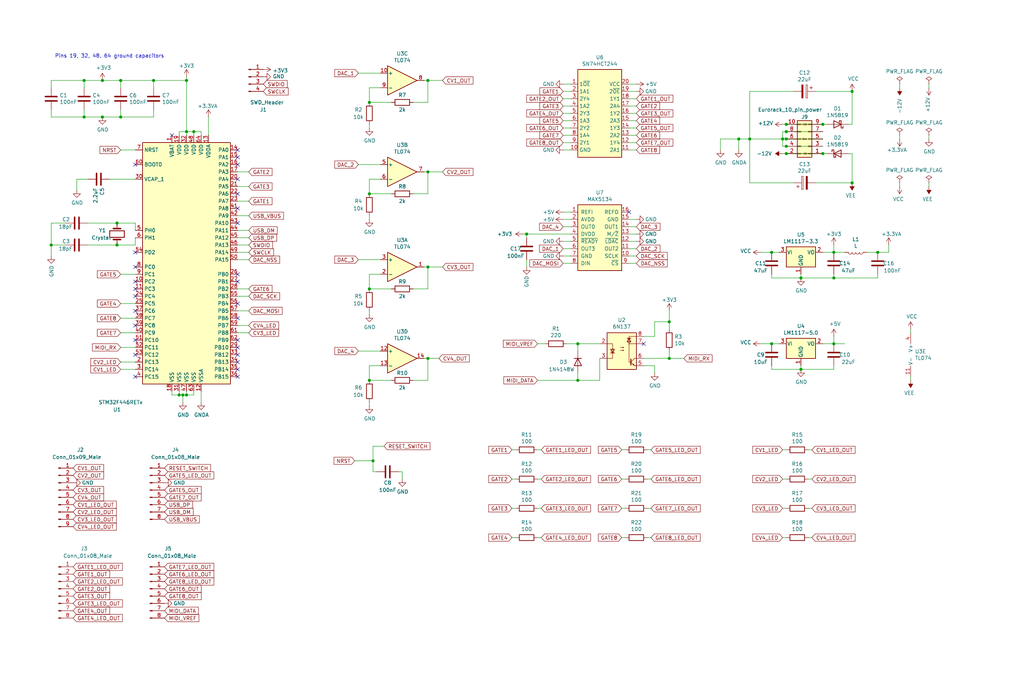
<source format=kicad_sch>
(kicad_sch (version 20230121) (generator eeschema)
  (paper "User" 355.6 241.3)
  (title_block (title "MIDI Monger") (date "2020-08-09") (company "Mountjoy Modular"))
  (junction (at 285.75 43.18))
  (junction (at 289.56 119.38))
  (junction (at 17.78 85.09))
  (junction (at 304.8 87.63))
  (junction (at 278.13 96.52))
  (junction (at 35.56 40.64))
  (junction (at 267.97 119.38))
  (junction (at 289.56 87.63))
  (junction (at 148.59 92.71))
  (junction (at 67.31 45.72))
  (junction (at 232.41 124.46))
  (junction (at 129.54 160.02))
  (junction (at 148.59 59.69))
  (junction (at 256.54 48.26))
  (junction (at 182.88 81.28))
  (junction (at 278.13 128.27))
  (junction (at 295.91 31.75))
  (junction (at 295.91 63.5))
  (junction (at 273.05 50.8))
  (junction (at 29.21 40.64))
  (junction (at 64.77 45.72))
  (junction (at 273.05 53.34))
  (junction (at 267.97 87.63))
  (junction (at 148.59 27.94))
  (junction (at 200.66 119.38))
  (junction (at 63.5 137.16))
  (junction (at 128.27 67.31))
  (junction (at 64.77 27.94))
  (junction (at 40.64 85.09))
  (junction (at 128.27 132.08))
  (junction (at 273.05 43.18))
  (junction (at 53.34 27.94))
  (junction (at 29.21 27.94))
  (junction (at 40.64 77.47))
  (junction (at 62.23 137.16))
  (junction (at 128.27 35.56))
  (junction (at 35.56 27.94))
  (junction (at 41.91 40.64))
  (junction (at 41.91 27.94))
  (junction (at 200.66 132.08))
  (junction (at 271.78 48.26))
  (junction (at 64.77 137.16))
  (junction (at 232.41 111.76))
  (junction (at 289.56 96.52))
  (junction (at 148.59 124.46))
  (junction (at 260.35 48.26))
  (junction (at 273.05 45.72))
  (junction (at 128.27 100.33))
  (junction (at 273.05 48.26))
  (junction (at 285.75 53.34))
  (no_connect (at 46.99 87.63))
  (no_connect (at 46.99 123.19))
  (no_connect (at 223.52 119.38))
  (no_connect (at 82.55 57.15))
  (no_connect (at 82.55 120.65))
  (no_connect (at 82.55 118.11))
  (no_connect (at 82.55 130.81))
  (no_connect (at 46.99 57.15))
  (no_connect (at 82.55 95.25))
  (no_connect (at 82.55 62.23))
  (no_connect (at 82.55 128.27))
  (no_connect (at 46.99 100.33))
  (no_connect (at 82.55 110.49))
  (no_connect (at 82.55 52.07))
  (no_connect (at 218.44 73.66))
  (no_connect (at 82.55 67.31))
  (no_connect (at 46.99 97.79))
  (no_connect (at 46.99 118.11))
  (no_connect (at 82.55 72.39))
  (no_connect (at 46.99 92.71))
  (no_connect (at 82.55 77.47))
  (no_connect (at 46.99 130.81))
  (no_connect (at 46.99 102.87))
  (no_connect (at 82.55 105.41))
  (no_connect (at 82.55 123.19))
  (no_connect (at 46.99 113.03))
  (no_connect (at 82.55 97.79))
  (no_connect (at 46.99 107.95))
  (no_connect (at 82.55 54.61))
  (no_connect (at 59.69 46.99))
  (no_connect (at 82.55 125.73))
  (wire (pts (xy 295.91 43.18) (xy 295.91 31.75)))
  (wire (pts (xy 195.58 86.36) (xy 198.12 86.36)))
  (wire (pts (xy 186.69 176.53) (xy 187.96 176.53)))
  (wire (pts (xy 86.36 87.63) (xy 82.55 87.63)))
  (wire (pts (xy 220.98 83.82) (xy 218.44 83.82)))
  (wire (pts (xy 41.91 38.1) (xy 41.91 40.64)))
  (wire (pts (xy 232.41 111.76) (xy 232.41 114.3)))
  (wire (pts (xy 82.55 107.95) (xy 86.36 107.95)))
  (wire (pts (xy 267.97 127) (xy 267.97 128.27)))
  (wire (pts (xy 135.89 132.08) (xy 128.27 132.08)))
  (wire (pts (xy 64.77 26.67) (xy 64.77 27.94)))
  (wire (pts (xy 72.39 40.64) (xy 72.39 46.99)))
  (wire (pts (xy 86.36 113.03) (xy 82.55 113.03)))
  (wire (pts (xy 177.8 156.21) (xy 179.07 156.21)))
  (wire (pts (xy 148.59 132.08) (xy 148.59 124.46)))
  (wire (pts (xy 30.48 85.09) (xy 40.64 85.09)))
  (wire (pts (xy 86.36 82.55) (xy 82.55 82.55)))
  (wire (pts (xy 218.44 34.29) (xy 220.98 34.29)))
  (wire (pts (xy 17.78 85.09) (xy 22.86 85.09)))
  (wire (pts (xy 26.67 62.23) (xy 26.67 66.04)))
  (wire (pts (xy 82.55 59.69) (xy 86.36 59.69)))
  (wire (pts (xy 223.52 127) (xy 227.33 127)))
  (wire (pts (xy 264.16 119.38) (xy 267.97 119.38)))
  (wire (pts (xy 63.5 137.16) (xy 64.77 137.16)))
  (wire (pts (xy 223.52 116.84) (xy 227.33 116.84)))
  (wire (pts (xy 53.34 30.48) (xy 53.34 27.94)))
  (wire (pts (xy 304.8 96.52) (xy 304.8 95.25)))
  (wire (pts (xy 312.42 63.5) (xy 312.42 64.77)))
  (wire (pts (xy 29.21 30.48) (xy 29.21 27.94)))
  (wire (pts (xy 41.91 40.64) (xy 53.34 40.64)))
  (wire (pts (xy 153.67 92.71) (xy 148.59 92.71)))
  (wire (pts (xy 232.41 121.92) (xy 232.41 124.46)))
  (wire (pts (xy 17.78 85.09) (xy 17.78 88.9)))
  (wire (pts (xy 294.64 53.34) (xy 295.91 53.34)))
  (wire (pts (xy 64.77 45.72) (xy 67.31 45.72)))
  (wire (pts (xy 260.35 31.75) (xy 260.35 48.26)))
  (wire (pts (xy 128.27 127) (xy 128.27 132.08)))
  (wire (pts (xy 220.98 52.07) (xy 218.44 52.07)))
  (wire (pts (xy 195.58 29.21) (xy 198.12 29.21)))
  (wire (pts (xy 289.56 95.25) (xy 289.56 96.52)))
  (wire (pts (xy 129.54 163.83) (xy 130.81 163.83)))
  (wire (pts (xy 46.99 77.47) (xy 46.99 80.01)))
  (wire (pts (xy 260.35 48.26) (xy 260.35 63.5)))
  (wire (pts (xy 64.77 45.72) (xy 64.77 46.99)))
  (wire (pts (xy 64.77 135.89) (xy 64.77 137.16)))
  (wire (pts (xy 186.69 166.37) (xy 187.96 166.37)))
  (wire (pts (xy 59.69 137.16) (xy 62.23 137.16)))
  (wire (pts (xy 289.56 116.84) (xy 289.56 119.38)))
  (wire (pts (xy 278.13 128.27) (xy 289.56 128.27)))
  (wire (pts (xy 322.58 63.5) (xy 322.58 64.77)))
  (wire (pts (xy 53.34 40.64) (xy 53.34 38.1)))
  (wire (pts (xy 86.36 102.87) (xy 82.55 102.87)))
  (wire (pts (xy 280.67 166.37) (xy 281.94 166.37)))
  (wire (pts (xy 195.58 76.2) (xy 198.12 76.2)))
  (wire (pts (xy 316.23 114.3) (xy 316.23 115.57)))
  (wire (pts (xy 271.78 166.37) (xy 273.05 166.37)))
  (wire (pts (xy 195.58 83.82) (xy 198.12 83.82)))
  (wire (pts (xy 82.55 64.77) (xy 86.36 64.77)))
  (wire (pts (xy 148.59 67.31) (xy 148.59 59.69)))
  (wire (pts (xy 46.99 77.47) (xy 40.64 77.47)))
  (wire (pts (xy 224.79 186.69) (xy 226.06 186.69)))
  (wire (pts (xy 215.9 176.53) (xy 217.17 176.53)))
  (wire (pts (xy 53.34 27.94) (xy 41.91 27.94)))
  (wire (pts (xy 41.91 52.07) (xy 46.99 52.07)))
  (wire (pts (xy 128.27 95.25) (xy 132.08 95.25)))
  (wire (pts (xy 271.78 156.21) (xy 273.05 156.21)))
  (wire (pts (xy 273.05 53.34) (xy 285.75 53.34)))
  (wire (pts (xy 208.28 132.08) (xy 208.28 124.46)))
  (wire (pts (xy 128.27 43.18) (xy 128.27 44.45)))
  (wire (pts (xy 220.98 44.45) (xy 218.44 44.45)))
  (wire (pts (xy 148.59 35.56) (xy 148.59 27.94)))
  (wire (pts (xy 82.55 80.01) (xy 86.36 80.01)))
  (wire (pts (xy 218.44 31.75) (xy 220.98 31.75)))
  (wire (pts (xy 224.79 166.37) (xy 226.06 166.37)))
  (wire (pts (xy 128.27 107.95) (xy 128.27 109.22)))
  (wire (pts (xy 200.66 119.38) (xy 208.28 119.38)))
  (wire (pts (xy 308.61 85.09) (xy 308.61 87.63)))
  (wire (pts (xy 275.59 63.5) (xy 260.35 63.5)))
  (wire (pts (xy 227.33 116.84) (xy 227.33 111.76)))
  (wire (pts (xy 267.97 119.38) (xy 270.51 119.38)))
  (wire (pts (xy 17.78 77.47) (xy 17.78 85.09)))
  (wire (pts (xy 278.13 128.27) (xy 267.97 128.27)))
  (wire (pts (xy 62.23 137.16) (xy 62.23 135.89)))
  (wire (pts (xy 138.43 163.83) (xy 139.7 163.83)))
  (wire (pts (xy 129.54 154.94) (xy 133.35 154.94)))
  (wire (pts (xy 129.54 154.94) (xy 129.54 160.02)))
  (wire (pts (xy 218.44 76.2) (xy 220.98 76.2)))
  (wire (pts (xy 46.99 85.09) (xy 40.64 85.09)))
  (wire (pts (xy 224.79 156.21) (xy 226.06 156.21)))
  (wire (pts (xy 278.13 96.52) (xy 289.56 96.52)))
  (wire (pts (xy 218.44 46.99) (xy 220.98 46.99)))
  (wire (pts (xy 215.9 166.37) (xy 217.17 166.37)))
  (wire (pts (xy 195.58 31.75) (xy 198.12 31.75)))
  (wire (pts (xy 289.56 127) (xy 289.56 128.27)))
  (wire (pts (xy 124.46 121.92) (xy 132.08 121.92)))
  (wire (pts (xy 128.27 62.23) (xy 132.08 62.23)))
  (wire (pts (xy 182.88 81.28) (xy 182.88 82.55)))
  (wire (pts (xy 22.86 77.47) (xy 17.78 77.47)))
  (wire (pts (xy 46.99 105.41) (xy 41.91 105.41)))
  (wire (pts (xy 67.31 46.99) (xy 67.31 45.72)))
  (wire (pts (xy 64.77 45.72) (xy 64.77 27.94)))
  (wire (pts (xy 152.4 124.46) (xy 148.59 124.46)))
  (wire (pts (xy 63.5 139.7) (xy 63.5 137.16)))
  (wire (pts (xy 256.54 48.26) (xy 260.35 48.26)))
  (wire (pts (xy 195.58 78.74) (xy 198.12 78.74)))
  (wire (pts (xy 271.78 53.34) (xy 273.05 53.34)))
  (wire (pts (xy 128.27 139.7) (xy 128.27 140.97)))
  (wire (pts (xy 17.78 40.64) (xy 17.78 38.1)))
  (wire (pts (xy 224.79 176.53) (xy 226.06 176.53)))
  (wire (pts (xy 294.64 43.18) (xy 295.91 43.18)))
  (wire (pts (xy 135.89 67.31) (xy 128.27 67.31)))
  (wire (pts (xy 278.13 95.25) (xy 278.13 96.52)))
  (wire (pts (xy 280.67 186.69) (xy 281.94 186.69)))
  (wire (pts (xy 200.66 121.92) (xy 200.66 119.38)))
  (wire (pts (xy 53.34 27.94) (xy 64.77 27.94)))
  (wire (pts (xy 148.59 27.94) (xy 147.32 27.94)))
  (wire (pts (xy 300.99 87.63) (xy 304.8 87.63)))
  (wire (pts (xy 86.36 85.09) (xy 82.55 85.09)))
  (wire (pts (xy 195.58 41.91) (xy 198.12 41.91)))
  (wire (pts (xy 69.85 135.89) (xy 69.85 139.7)))
  (wire (pts (xy 215.9 156.21) (xy 217.17 156.21)))
  (wire (pts (xy 271.78 45.72) (xy 273.05 45.72)))
  (wire (pts (xy 218.44 81.28) (xy 220.98 81.28)))
  (wire (pts (xy 135.89 100.33) (xy 128.27 100.33)))
  (wire (pts (xy 271.78 48.26) (xy 273.05 48.26)))
  (wire (pts (xy 196.85 119.38) (xy 200.66 119.38)))
  (wire (pts (xy 280.67 176.53) (xy 281.94 176.53)))
  (wire (pts (xy 280.67 156.21) (xy 281.94 156.21)))
  (wire (pts (xy 285.75 119.38) (xy 289.56 119.38)))
  (wire (pts (xy 82.55 100.33) (xy 86.36 100.33)))
  (wire (pts (xy 143.51 35.56) (xy 148.59 35.56)))
  (wire (pts (xy 186.69 119.38) (xy 189.23 119.38)))
  (wire (pts (xy 218.44 88.9) (xy 220.98 88.9)))
  (wire (pts (xy 195.58 49.53) (xy 198.12 49.53)))
  (wire (pts (xy 41.91 27.94) (xy 35.56 27.94)))
  (wire (pts (xy 139.7 163.83) (xy 139.7 166.37)))
  (wire (pts (xy 41.91 110.49) (xy 46.99 110.49)))
  (wire (pts (xy 29.21 38.1) (xy 29.21 40.64)))
  (wire (pts (xy 128.27 74.93) (xy 128.27 76.2)))
  (wire (pts (xy 271.78 186.69) (xy 273.05 186.69)))
  (wire (pts (xy 128.27 62.23) (xy 128.27 67.31)))
  (wire (pts (xy 256.54 48.26) (xy 250.19 48.26)))
  (wire (pts (xy 128.27 95.25) (xy 128.27 100.33)))
  (wire (pts (xy 59.69 137.16) (xy 59.69 135.89)))
  (wire (pts (xy 17.78 27.94) (xy 29.21 27.94)))
  (wire (pts (xy 308.61 87.63) (xy 304.8 87.63)))
  (wire (pts (xy 148.59 59.69) (xy 147.32 59.69)))
  (wire (pts (xy 41.91 30.48) (xy 41.91 27.94)))
  (wire (pts (xy 62.23 137.16) (xy 63.5 137.16)))
  (wire (pts (xy 128.27 30.48) (xy 128.27 35.56)))
  (wire (pts (xy 153.67 59.69) (xy 148.59 59.69)))
  (wire (pts (xy 29.21 27.94) (xy 35.56 27.94)))
  (wire (pts (xy 227.33 111.76) (xy 232.41 111.76)))
  (wire (pts (xy 41.91 115.57) (xy 46.99 115.57)))
  (wire (pts (xy 289.56 85.09) (xy 289.56 87.63)))
  (wire (pts (xy 46.99 62.23) (xy 38.1 62.23)))
  (wire (pts (xy 129.54 160.02) (xy 129.54 163.83)))
  (wire (pts (xy 273.05 50.8) (xy 285.75 50.8)))
  (wire (pts (xy 67.31 45.72) (xy 69.85 45.72)))
  (wire (pts (xy 41.91 128.27) (xy 46.99 128.27)))
  (wire (pts (xy 41.91 95.25) (xy 46.99 95.25)))
  (wire (pts (xy 128.27 30.48) (xy 132.08 30.48)))
  (wire (pts (xy 177.8 176.53) (xy 179.07 176.53)))
  (wire (pts (xy 46.99 82.55) (xy 46.99 85.09)))
  (wire (pts (xy 271.78 176.53) (xy 273.05 176.53)))
  (wire (pts (xy 62.23 45.72) (xy 64.77 45.72)))
  (wire (pts (xy 312.42 46.99) (xy 312.42 48.26)))
  (wire (pts (xy 186.69 132.08) (xy 200.66 132.08)))
  (wire (pts (xy 250.19 48.26) (xy 250.19 52.07)))
  (wire (pts (xy 218.44 41.91) (xy 220.98 41.91)))
  (wire (pts (xy 29.21 40.64) (xy 35.56 40.64)))
  (wire (pts (xy 218.44 36.83) (xy 220.98 36.83)))
  (wire (pts (xy 278.13 127) (xy 278.13 128.27)))
  (wire (pts (xy 46.99 120.65) (xy 41.91 120.65)))
  (wire (pts (xy 271.78 43.18) (xy 273.05 43.18)))
  (wire (pts (xy 312.42 29.21) (xy 312.42 30.48)))
  (wire (pts (xy 285.75 48.26) (xy 273.05 48.26)))
  (wire (pts (xy 275.59 31.75) (xy 260.35 31.75)))
  (wire (pts (xy 124.46 25.4) (xy 132.08 25.4)))
  (wire (pts (xy 232.41 107.95) (xy 232.41 111.76)))
  (wire (pts (xy 195.58 34.29) (xy 198.12 34.29)))
  (wire (pts (xy 256.54 52.07) (xy 256.54 48.26)))
  (wire (pts (xy 195.58 52.07) (xy 198.12 52.07)))
  (wire (pts (xy 186.69 186.69) (xy 187.96 186.69)))
  (wire (pts (xy 153.67 27.94) (xy 148.59 27.94)))
  (wire (pts (xy 295.91 31.75) (xy 283.21 31.75)))
  (wire (pts (xy 195.58 88.9) (xy 198.12 88.9)))
  (wire (pts (xy 195.58 44.45) (xy 198.12 44.45)))
  (wire (pts (xy 271.78 50.8) (xy 273.05 50.8)))
  (wire (pts (xy 186.69 156.21) (xy 187.96 156.21)))
  (wire (pts (xy 200.66 129.54) (xy 200.66 132.08)))
  (wire (pts (xy 128.27 127) (xy 132.08 127)))
  (wire (pts (xy 46.99 125.73) (xy 41.91 125.73)))
  (wire (pts (xy 148.59 124.46) (xy 147.32 124.46)))
  (wire (pts (xy 289.56 96.52) (xy 304.8 96.52)))
  (wire (pts (xy 177.8 186.69) (xy 179.07 186.69)))
  (wire (pts (xy 82.55 90.17) (xy 86.36 90.17)))
  (wire (pts (xy 177.8 166.37) (xy 179.07 166.37)))
  (wire (pts (xy 148.59 92.71) (xy 147.32 92.71)))
  (wire (pts (xy 17.78 30.48) (xy 17.78 27.94)))
  (wire (pts (xy 273.05 45.72) (xy 285.75 45.72)))
  (wire (pts (xy 69.85 46.99) (xy 69.85 45.72)))
  (wire (pts (xy 64.77 137.16) (xy 67.31 137.16)))
  (wire (pts (xy 123.19 160.02) (xy 129.54 160.02)))
  (wire (pts (xy 218.44 39.37) (xy 220.98 39.37)))
  (wire (pts (xy 82.55 69.85) (xy 86.36 69.85)))
  (wire (pts (xy 30.48 62.23) (xy 26.67 62.23)))
  (wire (pts (xy 124.46 57.15) (xy 132.08 57.15)))
  (wire (pts (xy 82.55 74.93) (xy 86.36 74.93)))
  (wire (pts (xy 195.58 91.44) (xy 198.12 91.44)))
  (wire (pts (xy 322.58 29.21) (xy 322.58 30.48)))
  (wire (pts (xy 182.88 81.28) (xy 198.12 81.28)))
  (wire (pts (xy 17.78 40.64) (xy 29.21 40.64)))
  (wire (pts (xy 285.75 53.34) (xy 287.02 53.34)))
  (wire (pts (xy 218.44 86.36) (xy 220.98 86.36)))
  (wire (pts (xy 181.61 81.28) (xy 182.88 81.28)))
  (wire (pts (xy 195.58 39.37) (xy 198.12 39.37)))
  (wire (pts (xy 143.51 67.31) (xy 148.59 67.31)))
  (wire (pts (xy 322.58 46.99) (xy 322.58 48.26)))
  (wire (pts (xy 278.13 96.52) (xy 267.97 96.52)))
  (wire (pts (xy 271.78 50.8) (xy 271.78 48.26)))
  (wire (pts (xy 218.44 78.74) (xy 220.98 78.74)))
  (wire (pts (xy 124.46 90.17) (xy 132.08 90.17)))
  (wire (pts (xy 195.58 36.83) (xy 198.12 36.83)))
  (wire (pts (xy 289.56 119.38) (xy 293.37 119.38)))
  (wire (pts (xy 223.52 124.46) (xy 232.41 124.46)))
  (wire (pts (xy 135.89 35.56) (xy 128.27 35.56)))
  (wire (pts (xy 260.35 48.26) (xy 271.78 48.26)))
  (wire (pts (xy 143.51 132.08) (xy 148.59 132.08)))
  (wire (pts (xy 148.59 100.33) (xy 148.59 92.71)))
  (wire (pts (xy 200.66 132.08) (xy 208.28 132.08)))
  (wire (pts (xy 35.56 40.64) (xy 41.91 40.64)))
  (wire (pts (xy 218.44 29.21) (xy 220.98 29.21)))
  (wire (pts (xy 295.91 63.5) (xy 283.21 63.5)))
  (wire (pts (xy 264.16 87.63) (xy 267.97 87.63)))
  (wire (pts (xy 40.64 77.47) (xy 30.48 77.47)))
  (wire (pts (xy 143.51 100.33) (xy 148.59 100.33)))
  (wire (pts (xy 67.31 135.89) (xy 67.31 137.16)))
  (wire (pts (xy 227.33 127) (xy 227.33 129.54)))
  (wire (pts (xy 285.75 87.63) (xy 289.56 87.63)))
  (wire (pts (xy 316.23 130.81) (xy 316.23 132.08)))
  (wire (pts (xy 267.97 87.63) (xy 270.51 87.63)))
  (wire (pts (xy 215.9 186.69) (xy 217.17 186.69)))
  (wire (pts (xy 195.58 73.66) (xy 198.12 73.66)))
  (wire (pts (xy 232.41 124.46) (xy 237.49 124.46)))
  (wire (pts (xy 182.88 90.17) (xy 182.88 92.71)))
  (wire (pts (xy 285.75 43.18) (xy 287.02 43.18)))
  (wire (pts (xy 289.56 87.63) (xy 293.37 87.63)))
  (wire (pts (xy 62.23 45.72) (xy 62.23 46.99)))
  (wire (pts (xy 295.91 53.34) (xy 295.91 63.5)))
  (wire (pts (xy 218.44 91.44) (xy 220.98 91.44)))
  (wire (pts (xy 271.78 45.72) (xy 271.78 48.26)))
  (wire (pts (xy 218.44 49.53) (xy 220.98 49.53)))
  (wire (pts (xy 267.97 95.25) (xy 267.97 96.52)))
  (wire (pts (xy 273.05 43.18) (xy 285.75 43.18)))
  (wire (pts (xy 86.36 115.57) (xy 82.55 115.57)))
  (wire (pts (xy 195.58 46.99) (xy 198.12 46.99)))
  (text "Pins 19, 32, 48, 64 ground capacitors" (at 19.05 20.32 0) (effects (font (size 1.27 1.27)) (justify left bottom)))
  (global_label "DAC_2" (shape input) (at 220.98 86.36 0) (property "Intersheetrefs" "${INTERSHEET_REFS}" (effects hide)))
  (global_label "SWCLK" (shape input) (at 91.44 31.75 0) (property "Intersheetrefs" "${INTERSHEET_REFS}" (effects hide)))
  (global_label "DAC_MOSI" (shape input) (at 195.58 91.44 180) (property "Intersheetrefs" "${INTERSHEET_REFS}" (effects hide)))
  (global_label "CV3_LED_OUT" (shape input) (at 25.4 180.34 0) (property "Intersheetrefs" "${INTERSHEET_REFS}" (effects hide)))
  (global_label "GATE4" (shape input) (at 220.98 41.91 0) (property "Intersheetrefs" "${INTERSHEET_REFS}" (effects hide)))
  (global_label "GATE7_LED_OUT" (shape input) (at 57.15 196.85 0) (property "Intersheetrefs" "${INTERSHEET_REFS}" (effects hide)))
  (global_label "GATE1_LED_OUT" (shape input) (at 25.4 196.85 0) (property "Intersheetrefs" "${INTERSHEET_REFS}" (effects hide)))
  (global_label "DAC_NSS" (shape input) (at 86.36 90.17 0) (property "Intersheetrefs" "${INTERSHEET_REFS}" (effects hide)))
  (global_label "GATE5" (shape input) (at 215.9 156.21 180) (property "Intersheetrefs" "${INTERSHEET_REFS}" (effects hide)))
  (global_label "GATE8" (shape input) (at 41.91 110.49 180) (property "Intersheetrefs" "${INTERSHEET_REFS}" (effects hide)))
  (global_label "DAC_NSS" (shape input) (at 220.98 91.44 0) (property "Intersheetrefs" "${INTERSHEET_REFS}" (effects hide)))
  (global_label "MIDI_DATA" (shape input) (at 57.15 212.09 0) (property "Intersheetrefs" "${INTERSHEET_REFS}" (effects hide)))
  (global_label "MIDI_RX" (shape input) (at 41.91 120.65 180) (property "Intersheetrefs" "${INTERSHEET_REFS}" (effects hide)))
  (global_label "CV1_OUT" (shape input) (at 153.67 27.94 0) (property "Intersheetrefs" "${INTERSHEET_REFS}" (effects hide)))
  (global_label "GATE2_OUT" (shape input) (at 25.4 204.47 0) (property "Intersheetrefs" "${INTERSHEET_REFS}" (effects hide)))
  (global_label "USB_DM" (shape input) (at 57.15 177.8 0) (property "Intersheetrefs" "${INTERSHEET_REFS}" (effects hide)))
  (global_label "GATE5_LED_OUT" (shape input) (at 57.15 165.1 0) (property "Intersheetrefs" "${INTERSHEET_REFS}" (effects hide)))
  (global_label "USB_DM" (shape input) (at 86.36 80.01 0) (property "Intersheetrefs" "${INTERSHEET_REFS}" (effects hide)))
  (global_label "GATE3" (shape input) (at 177.8 176.53 180) (property "Intersheetrefs" "${INTERSHEET_REFS}" (effects hide)))
  (global_label "CV1_LED_OUT" (shape input) (at 281.94 156.21 0) (property "Intersheetrefs" "${INTERSHEET_REFS}" (effects hide)))
  (global_label "MIDI_DATA" (shape input) (at 186.69 132.08 180) (property "Intersheetrefs" "${INTERSHEET_REFS}" (effects hide)))
  (global_label "GATE8_LED_OUT" (shape input) (at 57.15 201.93 0) (property "Intersheetrefs" "${INTERSHEET_REFS}" (effects hide)))
  (global_label "SWDIO" (shape input) (at 91.44 29.21 0) (property "Intersheetrefs" "${INTERSHEET_REFS}" (effects hide)))
  (global_label "GATE3" (shape input) (at 195.58 36.83 180) (property "Intersheetrefs" "${INTERSHEET_REFS}" (effects hide)))
  (global_label "USB_DP" (shape input) (at 86.36 82.55 0) (property "Intersheetrefs" "${INTERSHEET_REFS}" (effects hide)))
  (global_label "GATE1_OUT" (shape input) (at 220.98 34.29 0) (property "Intersheetrefs" "${INTERSHEET_REFS}" (effects hide)))
  (global_label "GATE5_OUT" (shape input) (at 57.15 170.18 0) (property "Intersheetrefs" "${INTERSHEET_REFS}" (effects hide)))
  (global_label "GATE6_LED_OUT" (shape input) (at 226.06 166.37 0) (property "Intersheetrefs" "${INTERSHEET_REFS}" (effects hide)))
  (global_label "GATE8_OUT" (shape input) (at 57.15 207.01 0) (property "Intersheetrefs" "${INTERSHEET_REFS}" (effects hide)))
  (global_label "DAC_2" (shape input) (at 124.46 57.15 180) (property "Intersheetrefs" "${INTERSHEET_REFS}" (effects hide)))
  (global_label "GATE2_LED_OUT" (shape input) (at 25.4 201.93 0) (property "Intersheetrefs" "${INTERSHEET_REFS}" (effects hide)))
  (global_label "DAC_4" (shape input) (at 124.46 121.92 180) (property "Intersheetrefs" "${INTERSHEET_REFS}" (effects hide)))
  (global_label "DAC_SCK" (shape input) (at 86.36 102.87 0) (property "Intersheetrefs" "${INTERSHEET_REFS}" (effects hide)))
  (global_label "GATE1" (shape input) (at 177.8 156.21 180) (property "Intersheetrefs" "${INTERSHEET_REFS}" (effects hide)))
  (global_label "GATE2" (shape input) (at 220.98 36.83 0) (property "Intersheetrefs" "${INTERSHEET_REFS}" (effects hide)))
  (global_label "CV4_OUT" (shape input) (at 152.4 124.46 0) (property "Intersheetrefs" "${INTERSHEET_REFS}" (effects hide)))
  (global_label "RESET_SWITCH" (shape input) (at 57.15 162.56 0) (property "Intersheetrefs" "${INTERSHEET_REFS}" (effects hide)))
  (global_label "MIDI_VREF" (shape input) (at 186.69 119.38 180) (property "Intersheetrefs" "${INTERSHEET_REFS}" (effects hide)))
  (global_label "CV4_LED" (shape input) (at 86.36 113.03 0) (property "Intersheetrefs" "${INTERSHEET_REFS}" (effects hide)))
  (global_label "DAC_3" (shape input) (at 220.98 78.74 0) (property "Intersheetrefs" "${INTERSHEET_REFS}" (effects hide)))
  (global_label "SWCLK" (shape input) (at 86.36 87.63 0) (property "Intersheetrefs" "${INTERSHEET_REFS}" (effects hide)))
  (global_label "GATE2_OUT" (shape input) (at 195.58 34.29 180) (property "Intersheetrefs" "${INTERSHEET_REFS}" (effects hide)))
  (global_label "DAC_1" (shape input) (at 195.58 86.36 180) (property "Intersheetrefs" "${INTERSHEET_REFS}" (effects hide)))
  (global_label "USB_VBUS" (shape input) (at 57.15 180.34 0) (property "Intersheetrefs" "${INTERSHEET_REFS}" (effects hide)))
  (global_label "GATE1_OUT" (shape input) (at 25.4 199.39 0) (property "Intersheetrefs" "${INTERSHEET_REFS}" (effects hide)))
  (global_label "CV4_OUT" (shape input) (at 25.4 172.72 0) (property "Intersheetrefs" "${INTERSHEET_REFS}" (effects hide)))
  (global_label "MIDI_VREF" (shape input) (at 57.15 214.63 0) (property "Intersheetrefs" "${INTERSHEET_REFS}" (effects hide)))
  (global_label "CV2_LED_OUT" (shape input) (at 25.4 177.8 0) (property "Intersheetrefs" "${INTERSHEET_REFS}" (effects hide)))
  (global_label "GATE5_LED_OUT" (shape input) (at 226.06 156.21 0) (property "Intersheetrefs" "${INTERSHEET_REFS}" (effects hide)))
  (global_label "GATE2" (shape input) (at 177.8 166.37 180) (property "Intersheetrefs" "${INTERSHEET_REFS}" (effects hide)))
  (global_label "CV2_OUT" (shape input) (at 25.4 165.1 0) (property "Intersheetrefs" "${INTERSHEET_REFS}" (effects hide)))
  (global_label "SWDIO" (shape input) (at 86.36 85.09 0) (property "Intersheetrefs" "${INTERSHEET_REFS}" (effects hide)))
  (global_label "DAC_MOSI" (shape input) (at 86.36 107.95 0) (property "Intersheetrefs" "${INTERSHEET_REFS}" (effects hide)))
  (global_label "GATE3_LED_OUT" (shape input) (at 25.4 209.55 0) (property "Intersheetrefs" "${INTERSHEET_REFS}" (effects hide)))
  (global_label "GATE3_OUT" (shape input) (at 25.4 207.01 0) (property "Intersheetrefs" "${INTERSHEET_REFS}" (effects hide)))
  (global_label "GATE4" (shape input) (at 177.8 186.69 180) (property "Intersheetrefs" "${INTERSHEET_REFS}" (effects hide)))
  (global_label "GATE2" (shape input) (at 86.36 59.69 0) (property "Intersheetrefs" "${INTERSHEET_REFS}" (effects hide)))
  (global_label "DAC_1" (shape input) (at 124.46 25.4 180) (property "Intersheetrefs" "${INTERSHEET_REFS}" (effects hide)))
  (global_label "GATE6" (shape input) (at 220.98 46.99 0) (property "Intersheetrefs" "${INTERSHEET_REFS}" (effects hide)))
  (global_label "GATE4_OUT" (shape input) (at 25.4 212.09 0) (property "Intersheetrefs" "${INTERSHEET_REFS}" (effects hide)))
  (global_label "GATE5" (shape input) (at 41.91 95.25 180) (property "Intersheetrefs" "${INTERSHEET_REFS}" (effects hide)))
  (global_label "DAC_3" (shape input) (at 124.46 90.17 180) (property "Intersheetrefs" "${INTERSHEET_REFS}" (effects hide)))
  (global_label "CV1_LED" (shape input) (at 41.91 128.27 180) (property "Intersheetrefs" "${INTERSHEET_REFS}" (effects hide)))
  (global_label "CV3_OUT" (shape input) (at 25.4 170.18 0) (property "Intersheetrefs" "${INTERSHEET_REFS}" (effects hide)))
  (global_label "GATE2_LED_OUT" (shape input) (at 187.96 166.37 0) (property "Intersheetrefs" "${INTERSHEET_REFS}" (effects hide)))
  (global_label "NRST" (shape input) (at 123.19 160.02 180) (property "Intersheetrefs" "${INTERSHEET_REFS}" (effects hide)))
  (global_label "GATE7" (shape input) (at 215.9 176.53 180) (property "Intersheetrefs" "${INTERSHEET_REFS}" (effects hide)))
  (global_label "GATE6_OUT" (shape input) (at 195.58 44.45 180) (property "Intersheetrefs" "${INTERSHEET_REFS}" (effects hide)))
  (global_label "CV2_LED" (shape input) (at 41.91 125.73 180) (property "Intersheetrefs" "${INTERSHEET_REFS}" (effects hide)))
  (global_label "GATE4_OUT" (shape input) (at 195.58 39.37 180) (property "Intersheetrefs" "${INTERSHEET_REFS}" (effects hide)))
  (global_label "CV3_LED" (shape input) (at 271.78 176.53 180) (property "Intersheetrefs" "${INTERSHEET_REFS}" (effects hide)))
  (global_label "GATE5" (shape input) (at 195.58 41.91 180) (property "Intersheetrefs" "${INTERSHEET_REFS}" (effects hide)))
  (global_label "CV4_LED_OUT" (shape input) (at 25.4 182.88 0) (property "Intersheetrefs" "${INTERSHEET_REFS}" (effects hide)))
  (global_label "GATE1_LED_OUT" (shape input) (at 187.96 156.21 0) (property "Intersheetrefs" "${INTERSHEET_REFS}" (effects hide)))
  (global_label "GATE7" (shape input) (at 41.91 115.57 180) (property "Intersheetrefs" "${INTERSHEET_REFS}" (effects hide)))
  (global_label "DAC_SCK" (shape input) (at 220.98 88.9 0) (property "Intersheetrefs" "${INTERSHEET_REFS}" (effects hide)))
  (global_label "GATE1" (shape input) (at 86.36 69.85 0) (property "Intersheetrefs" "${INTERSHEET_REFS}" (effects hide)))
  (global_label "USB_VBUS" (shape input) (at 86.36 74.93 0) (property "Intersheetrefs" "${INTERSHEET_REFS}" (effects hide)))
  (global_label "CV2_LED" (shape input) (at 271.78 166.37 180) (property "Intersheetrefs" "${INTERSHEET_REFS}" (effects hide)))
  (global_label "CV4_LED" (shape input) (at 271.78 186.69 180) (property "Intersheetrefs" "${INTERSHEET_REFS}" (effects hide)))
  (global_label "CV3_LED_OUT" (shape input) (at 281.94 176.53 0) (property "Intersheetrefs" "${INTERSHEET_REFS}" (effects hide)))
  (global_label "GATE3" (shape input) (at 86.36 64.77 0) (property "Intersheetrefs" "${INTERSHEET_REFS}" (effects hide)))
  (global_label "CV1_LED" (shape input) (at 271.78 156.21 180) (property "Intersheetrefs" "${INTERSHEET_REFS}" (effects hide)))
  (global_label "CV2_LED_OUT" (shape input) (at 281.94 166.37 0) (property "Intersheetrefs" "${INTERSHEET_REFS}" (effects hide)))
  (global_label "CV1_OUT" (shape input) (at 25.4 162.56 0) (property "Intersheetrefs" "${INTERSHEET_REFS}" (effects hide)))
  (global_label "GATE5_OUT" (shape input) (at 220.98 44.45 0) (property "Intersheetrefs" "${INTERSHEET_REFS}" (effects hide)))
  (global_label "CV3_LED" (shape input) (at 86.36 115.57 0) (property "Intersheetrefs" "${INTERSHEET_REFS}" (effects hide)))
  (global_label "USB_DP" (shape input) (at 57.15 175.26 0) (property "Intersheetrefs" "${INTERSHEET_REFS}" (effects hide)))
  (global_label "CV2_OUT" (shape input) (at 153.67 59.69 0) (property "Intersheetrefs" "${INTERSHEET_REFS}" (effects hide)))
  (global_label "GATE7" (shape input) (at 195.58 46.99 180) (property "Intersheetrefs" "${INTERSHEET_REFS}" (effects hide)))
  (global_label "NRST" (shape input) (at 41.91 52.07 180) (property "Intersheetrefs" "${INTERSHEET_REFS}" (effects hide)))
  (global_label "GATE6_LED_OUT" (shape input) (at 57.15 199.39 0) (property "Intersheetrefs" "${INTERSHEET_REFS}" (effects hide)))
  (global_label "MIDI_RX" (shape input) (at 237.49 124.46 0) (property "Intersheetrefs" "${INTERSHEET_REFS}" (effects hide)))
  (global_label "CV1_LED_OUT" (shape input) (at 25.4 175.26 0) (property "Intersheetrefs" "${INTERSHEET_REFS}" (effects hide)))
  (global_label "GATE7_LED_OUT" (shape input) (at 226.06 176.53 0) (property "Intersheetrefs" "${INTERSHEET_REFS}" (effects hide)))
  (global_label "GATE3_LED_OUT" (shape input) (at 187.96 176.53 0) (property "Intersheetrefs" "${INTERSHEET_REFS}" (effects hide)))
  (global_label "DAC_4" (shape input) (at 195.58 78.74 180) (property "Intersheetrefs" "${INTERSHEET_REFS}" (effects hide)))
  (global_label "GATE7_OUT" (shape input) (at 220.98 49.53 0) (property "Intersheetrefs" "${INTERSHEET_REFS}" (effects hide)))
  (global_label "RESET_SWITCH" (shape input) (at 133.35 154.94 0) (property "Intersheetrefs" "${INTERSHEET_REFS}" (effects hide)))
  (global_label "GATE6" (shape input) (at 86.36 100.33 0) (property "Intersheetrefs" "${INTERSHEET_REFS}" (effects hide)))
  (global_label "GATE8" (shape input) (at 220.98 52.07 0) (property "Intersheetrefs" "${INTERSHEET_REFS}" (effects hide)))
  (global_label "GATE7_OUT" (shape input) (at 57.15 172.72 0) (property "Intersheetrefs" "${INTERSHEET_REFS}" (effects hide)))
  (global_label "GATE6" (shape input) (at 215.9 166.37 180) (property "Intersheetrefs" "${INTERSHEET_REFS}" (effects hide)))
  (global_label "CV4_LED_OUT" (shape input) (at 281.94 186.69 0) (property "Intersheetrefs" "${INTERSHEET_REFS}" (effects hide)))
  (global_label "GATE1" (shape input) (at 195.58 31.75 180) (property "Intersheetrefs" "${INTERSHEET_REFS}" (effects hide)))
  (global_label "GATE8" (shape input) (at 215.9 186.69 180) (property "Intersheetrefs" "${INTERSHEET_REFS}" (effects hide)))
  (global_label "CV3_OUT" (shape input) (at 153.67 92.71 0) (property "Intersheetrefs" "${INTERSHEET_REFS}" (effects hide)))
  (global_label "GATE3_OUT" (shape input) (at 220.98 39.37 0) (property "Intersheetrefs" "${INTERSHEET_REFS}" (effects hide)))
  (global_label "GATE4_LED_OUT" (shape input) (at 25.4 214.63 0) (property "Intersheetrefs" "${INTERSHEET_REFS}" (effects hide)))
  (global_label "GATE6_OUT" (shape input) (at 57.15 204.47 0) (property "Intersheetrefs" "${INTERSHEET_REFS}" (effects hide)))
  (global_label "GATE8_LED_OUT" (shape input) (at 226.06 186.69 0) (property "Intersheetrefs" "${INTERSHEET_REFS}" (effects hide)))
  (global_label "GATE4_LED_OUT" (shape input) (at 187.96 186.69 0) (property "Intersheetrefs" "${INTERSHEET_REFS}" (effects hide)))
  (global_label "GATE8_OUT" (shape input) (at 195.58 49.53 180) (property "Intersheetrefs" "${INTERSHEET_REFS}" (effects hide)))
  (global_label "GATE4" (shape input) (at 41.91 105.41 180) (property "Intersheetrefs" "${INTERSHEET_REFS}" (effects hide)))
  (symbol (lib_id "Device:C") (at 34.29 62.23 270) (unit 1)
    (property "Reference" "C5" (at 35.4584 65.151 0) (effects (justify left)))
    (property "Value" "2.2uF" (at 33.147 65.151 0) (effects (justify left)))
    (property "Footprint" "Capacitors_SMD:C_0805_HandSoldering" (effects hide))
  )
  (symbol (lib_id "power:GND") (at 26.67 66.04 0) (unit 1)
    (property "Reference" "#PWR02" (effects hide))
    (property "Value" "GND" (at 26.797 70.4342 0))
  )
  (symbol (lib_id "Connector:Conn_01x04_Male") (at 86.36 26.67 0) (unit 1)
    (property "Reference" "J1" (at 91.44 38.1 0))
    (property "Value" "SWD_Header" (at 92.71 35.56 0))
    (property "Footprint" "Custom_Footprints:SWD_header" (effects hide))
  )
  (symbol (lib_id "power:+3.3V") (at 91.44 24.13 270) (unit 1)
    (property "Reference" "#PWR011" (effects hide))
    (property "Value" "+3.3V" (at 94.6912 24.511 90) (effects (justify left)))
  )
  (symbol (lib_id "power:GND") (at 91.44 26.67 90) (unit 1)
    (property "Reference" "#PWR012" (effects hide))
    (property "Value" "GND" (at 94.6912 26.543 90) (effects (justify right)))
  )
  (symbol (lib_id "Device:Crystal") (at 40.64 81.28 90) (unit 1)
    (property "Reference" "Y1" (at 34.29 80.01 90) (effects (justify right)))
    (property "Value" "Crystal" (at 31.75 82.55 90) (effects (justify right)))
    (property "Footprint" "Custom_Footprints:Crystal_SMD" (effects hide))
  )
  (symbol (lib_id "Device:C") (at 26.67 77.47 270) (unit 1)
    (property "Reference" "C2" (at 21.59 76.2 90) (effects (justify left)))
    (property "Value" "18pF" (at 20.32 78.74 90) (effects (justify left)))
    (property "Footprint" "Capacitors_SMD:C_0805_HandSoldering" (effects hide))
  )
  (symbol (lib_id "Device:C") (at 26.67 85.09 270) (unit 1)
    (property "Reference" "C3" (at 21.59 83.82 90) (effects (justify left)))
    (property "Value" "18pF" (at 20.32 86.36 90) (effects (justify left)))
    (property "Footprint" "Capacitors_SMD:C_0805_HandSoldering" (effects hide))
  )
  (symbol (lib_id "power:GND") (at 17.78 88.9 0) (unit 1)
    (property "Reference" "#PWR01" (effects hide))
    (property "Value" "GND" (at 17.907 92.1512 90) (effects (justify right)))
  )
  (symbol (lib_id "power:+3.3V") (at 64.77 26.67 0) (unit 1)
    (property "Reference" "#PWR06" (effects hide))
    (property "Value" "+3.3V" (at 64.77 22.86 0))
  )
  (symbol (lib_id "power:GND") (at 63.5 139.7 0) (unit 1)
    (property "Reference" "#PWR05" (effects hide))
    (property "Value" "GND" (at 63.627 144.0942 0))
  )
  (symbol (lib_id "power:+3.3V") (at 35.56 27.94 0) (unit 1)
    (property "Reference" "#PWR03" (effects hide))
    (property "Value" "+3.3V" (at 35.941 23.5458 0))
  )
  (symbol (lib_id "Device:C") (at 17.78 34.29 0) (unit 1)
    (property "Reference" "C1" (at 20.701 33.1216 0) (effects (justify left)))
    (property "Value" "100nF" (at 20.701 35.433 0) (effects (justify left)))
    (property "Footprint" "Capacitors_SMD:C_0805_HandSoldering" (effects hide))
  )
  (symbol (lib_id "power:GND") (at 35.56 40.64 0) (unit 1)
    (property "Reference" "#PWR04" (effects hide))
    (property "Value" "GND" (at 35.687 45.0342 0))
  )
  (symbol (lib_id "Device:C") (at 29.21 34.29 0) (unit 1)
    (property "Reference" "C4" (at 32.131 33.1216 0) (effects (justify left)))
    (property "Value" "100nF" (at 32.131 35.433 0) (effects (justify left)))
    (property "Footprint" "Capacitors_SMD:C_0805_HandSoldering" (effects hide))
  )
  (symbol (lib_id "Device:C") (at 41.91 34.29 0) (unit 1)
    (property "Reference" "C6" (at 44.831 33.1216 0) (effects (justify left)))
    (property "Value" "100nF" (at 44.831 35.433 0) (effects (justify left)))
    (property "Footprint" "Capacitors_SMD:C_0805_HandSoldering" (effects hide))
  )
  (symbol (lib_id "Device:C") (at 53.34 34.29 0) (unit 1)
    (property "Reference" "C7" (at 56.261 33.1216 0) (effects (justify left)))
    (property "Value" "100nF" (at 56.261 35.433 0) (effects (justify left)))
    (property "Footprint" "Capacitors_SMD:C_0805_HandSoldering" (effects hide))
  )
  (symbol (lib_id "power:+3.3V") (at 289.56 85.09 0) (unit 1)
    (property "Reference" "#PWR041" (effects hide))
    (property "Value" "+3.3V" (at 289.56 81.28 0))
  )
  (symbol (lib_id "power:PWR_FLAG") (at 322.58 46.99 0) (unit 1)
    (property "Reference" "#FLG05" (effects hide))
    (property "Value" "PWR_FLAG" (at 322.58 42.5704 0))
  )
  (symbol (lib_id "power:GND") (at 322.58 48.26 0) (unit 1)
    (property "Reference" "#PWR048" (effects hide))
    (property "Value" "GND" (at 322.707 52.6542 0))
  )
  (symbol (lib_id "Regulator_Linear:LM1117-3.3") (at 278.13 87.63 0) (unit 1)
    (property "Reference" "U5" (at 278.13 81.4832 0))
    (property "Value" "LM1117-3.3" (at 278.13 83.7946 0))
    (property "Footprint" "TO_SOT_Packages_SMD:SOT-223" (effects hide))
    (property "Datasheet" "http://www.ti.com/lit/ds/symlink/lm1117.pdf" (effects hide))
  )
  (symbol (lib_id "Device:R") (at 139.7 35.56 270) (unit 1)
    (property "Reference" "R7" (at 139.7 33.02 90))
    (property "Value" "2k" (at 139.7 38.1 90))
    (property "Footprint" "Resistors_SMD:R_0805_HandSoldering" (effects hide))
  )
  (symbol (lib_id "Device:R") (at 128.27 39.37 180) (unit 1)
    (property "Reference" "R2" (at 124.46 38.1 0))
    (property "Value" "10k" (at 124.46 40.64 0))
    (property "Footprint" "Resistors_SMD:R_0805_HandSoldering" (effects hide))
  )
  (symbol (lib_id "power:GND") (at 128.27 44.45 0) (unit 1)
    (property "Reference" "#PWR019" (effects hide))
    (property "Value" "GND" (at 128.397 48.8442 0))
  )
  (symbol (lib_id "Device:C") (at 289.56 91.44 0) (unit 1)
    (property "Reference" "C14" (at 293.37 91.44 0))
    (property "Value" "47uF" (at 294.64 93.98 0))
    (property "Footprint" "Capacitors_SMD:CP_Elec_5x5.8" (effects hide))
  )
  (symbol (lib_id "Device:L") (at 297.18 87.63 270) (unit 1)
    (property "Reference" "L1" (at 297.18 83.1088 90))
    (property "Value" "L" (at 297.18 85.4202 90))
    (property "Footprint" "Inductors_SMD:L_0805_HandSoldering" (effects hide))
  )
  (symbol (lib_id "power:+3.3VA") (at 308.61 85.09 0) (unit 1)
    (property "Reference" "#PWR050" (effects hide))
    (property "Value" "+3.3VA" (at 306.07 81.28 0) (effects (justify left)))
  )
  (symbol (lib_id "Device:C") (at 267.97 91.44 0) (unit 1)
    (property "Reference" "C11" (at 264.16 91.44 0))
    (property "Value" "47uF" (at 264.16 93.98 0))
    (property "Footprint" "Capacitors_SMD:CP_Elec_5x5.8" (effects hide))
  )
  (symbol (lib_id "Diode:1N5819") (at 290.83 43.18 180) (unit 1)
    (property "Reference" "D1" (at 290.83 37.6936 0))
    (property "Value" "1N5819" (at 290.83 40.005 0))
    (property "Footprint" "Diodes_SMD:D_SOD-123" (effects hide))
    (property "Datasheet" "http://www.vishay.com/docs/88525/1n5817.pdf" (effects hide))
  )
  (symbol (lib_id "Diode:1N5819") (at 290.83 53.34 0) (unit 1)
    (property "Reference" "D2" (at 290.83 47.8536 0))
    (property "Value" "1N5819" (at 290.83 50.165 0))
    (property "Footprint" "Diodes_SMD:D_SOD-123" (effects hide))
    (property "Datasheet" "http://www.vishay.com/docs/88525/1n5817.pdf" (effects hide))
  )
  (symbol (lib_id "MidiMonger-rescue:CP-Device") (at 279.4 31.75 270) (unit 1)
    (property "Reference" "C12" (at 279.4 25.273 90))
    (property "Value" "22uF" (at 279.4 27.5844 90))
    (property "Footprint" "Capacitors_SMD:CP_Elec_5x5.3" (effects hide))
  )
  (symbol (lib_id "MidiMonger-rescue:CP-Device") (at 279.4 63.5 90) (unit 1)
    (property "Reference" "C13" (at 279.4 57.023 90))
    (property "Value" "22uF" (at 279.4 59.3344 90))
    (property "Footprint" "Capacitors_SMD:CP_Elec_5x5.3" (effects hide))
  )
  (symbol (lib_id "power:VEE") (at 295.91 63.5 180) (unit 1)
    (property "Reference" "#PWR043" (effects hide))
    (property "Value" "VEE" (at 295.4528 67.8942 0))
  )
  (symbol (lib_id "power:VCC") (at 295.91 31.75 0) (unit 1)
    (property "Reference" "#PWR042" (effects hide))
    (property "Value" "VCC" (at 296.3418 27.3558 0))
  )
  (symbol (lib_id "power:-12V") (at 271.78 53.34 90) (unit 1)
    (property "Reference" "#PWR037" (effects hide))
    (property "Value" "-12V" (at 265.43 53.34 90))
  )
  (symbol (lib_id "power:+12V") (at 271.78 43.18 90) (unit 1)
    (property "Reference" "#PWR036" (effects hide))
    (property "Value" "+12V" (at 268.5288 42.799 90) (effects (justify left)))
  )
  (symbol (lib_id "power:+3.3VA") (at 72.39 40.64 0) (unit 1)
    (property "Reference" "#PWR010" (effects hide))
    (property "Value" "+3.3VA" (at 68.58 36.83 0) (effects (justify left)))
  )
  (symbol (lib_id "power:GND") (at 250.19 52.07 0) (unit 1)
    (property "Reference" "#PWR031" (effects hide))
    (property "Value" "GND" (at 250.317 56.4642 0))
  )
  (symbol (lib_id "power:VEE") (at 316.23 132.08 180) (unit 1)
    (property "Reference" "#PWR040" (effects hide))
    (property "Value" "VEE" (at 315.7728 136.4742 0))
  )
  (symbol (lib_id "power:VCC") (at 316.23 114.3 0) (unit 1)
    (property "Reference" "#PWR039" (effects hide))
    (property "Value" "VCC" (at 316.6618 109.9058 0))
  )
  (symbol (lib_id "power:VCC") (at 264.16 87.63 90) (unit 1)
    (property "Reference" "#PWR033" (effects hide))
    (property "Value" "VCC" (at 260.9342 87.1728 90) (effects (justify left)))
  )
  (symbol (lib_id "power:PWR_FLAG") (at 312.42 46.99 0) (unit 1)
    (property "Reference" "#FLG02" (effects hide))
    (property "Value" "PWR_FLAG" (at 312.42 42.5704 0))
  )
  (symbol (lib_id "power:+3.3VA") (at 312.42 48.26 180) (unit 1)
    (property "Reference" "#PWR045" (effects hide))
    (property "Value" "+3.3VA" (at 314.96 52.07 0) (effects (justify left)))
  )
  (symbol (lib_id "power:VEE") (at 322.58 64.77 180) (unit 1)
    (property "Reference" "#PWR049" (effects hide))
    (property "Value" "VEE" (at 322.1228 69.1642 0))
  )
  (symbol (lib_id "power:PWR_FLAG") (at 322.58 63.5 0) (unit 1)
    (property "Reference" "#FLG06" (effects hide))
    (property "Value" "PWR_FLAG" (at 322.58 59.0804 0))
  )
  (symbol (lib_id "power:PWR_FLAG") (at 312.42 63.5 0) (unit 1)
    (property "Reference" "#FLG03" (effects hide))
    (property "Value" "PWR_FLAG" (at 312.42 59.0804 0))
  )
  (symbol (lib_id "power:VCC") (at 312.42 64.77 180) (unit 1)
    (property "Reference" "#PWR046" (effects hide))
    (property "Value" "VCC" (at 311.9882 69.1642 0))
  )
  (symbol (lib_id "Amplifier_Operational:TL074") (at 318.77 123.19 0) (unit 5)
    (property "Reference" "U3" (at 317.7032 122.0216 0) (effects (justify left)))
    (property "Value" "TL074" (at 317.7032 124.333 0) (effects (justify left)))
    (property "Footprint" "SMD_Packages:SOIC-14_N" (effects hide))
    (property "Datasheet" "http://www.ti.com/lit/ds/symlink/tl071.pdf" (effects hide))
  )
  (symbol (lib_id "MCU_ST_STM32F4:STM32F446RETx") (at 64.77 90.17 0) (unit 1)
    (property "Reference" "U1" (at 40.64 142.24 0))
    (property "Value" "STM32F446RETx" (at 41.91 139.7 0))
    (property "Footprint" "Package_QFP:LQFP-64_10x10mm_P0.5mm" (effects hide))
    (property "Datasheet" "http://www.st.com/st-web-ui/static/active/en/resource/technical/document/datasheet/DM00141306.pdf" (effects hide))
  )
  (symbol (lib_id "power:GNDA") (at 256.54 52.07 0) (unit 1)
    (property "Reference" "#PWR032" (effects hide))
    (property "Value" "GNDA" (at 256.667 56.4642 0))
  )
  (symbol (lib_id "power:GNDA") (at 69.85 139.7 0) (unit 1)
    (property "Reference" "#PWR09" (effects hide))
    (property "Value" "GNDA" (at 69.977 144.0942 0))
  )
  (symbol (lib_id "power:+12V") (at 322.58 30.48 180) (unit 1)
    (property "Reference" "#PWR047" (effects hide))
    (property "Value" "+12V" (at 322.199 33.7312 90) (effects (justify left)))
  )
  (symbol (lib_id "power:PWR_FLAG") (at 322.58 29.21 0) (unit 1)
    (property "Reference" "#FLG04" (effects hide))
    (property "Value" "PWR_FLAG" (at 322.58 24.7904 0))
  )
  (symbol (lib_id "power:-12V") (at 312.42 30.48 180) (unit 1)
    (property "Reference" "#PWR044" (effects hide))
    (property "Value" "-12V" (at 312.42 36.83 90))
  )
  (symbol (lib_id "power:PWR_FLAG") (at 312.42 29.21 0) (unit 1)
    (property "Reference" "#FLG01" (effects hide))
    (property "Value" "PWR_FLAG" (at 312.42 24.7904 0))
  )
  (symbol (lib_id "Device:C") (at 304.8 91.44 0) (unit 1)
    (property "Reference" "C16" (at 308.61 91.44 0))
    (property "Value" "100nF" (at 309.88 93.98 0))
    (property "Footprint" "Capacitors_SMD:C_0805_HandSoldering" (effects hide))
  )
  (symbol (lib_id "power:GND") (at 278.13 96.52 0) (unit 1)
    (property "Reference" "#PWR038" (effects hide))
    (property "Value" "GND" (at 278.257 100.9142 0))
  )
  (symbol (lib_id "Device:C") (at 134.62 163.83 270) (unit 1)
    (property "Reference" "C8" (at 134.62 167.64 90))
    (property "Value" "100nF" (at 134.62 170.18 90))
    (property "Footprint" "Capacitors_SMD:C_0805_HandSoldering" (effects hide))
  )
  (symbol (lib_id "power:GND") (at 139.7 166.37 0) (unit 1)
    (property "Reference" "#PWR028" (effects hide))
    (property "Value" "GND" (at 139.827 170.7642 0))
  )
  (symbol (lib_id "Amplifier_Operational:TL074") (at 139.7 27.94 0) (unit 3)
    (property "Reference" "U3" (at 139.7 18.6182 0))
    (property "Value" "TL074" (at 139.7 20.9296 0))
    (property "Footprint" "SMD_Packages:SOIC-14_N" (effects hide))
    (property "Datasheet" "http://www.ti.com/lit/ds/symlink/tl071.pdf" (effects hide))
  )
  (symbol (lib_id "Diode:1N4148W") (at 200.66 125.73 270) (unit 1)
    (property "Reference" "D3" (at 194.31 125.73 90) (effects (justify left)))
    (property "Value" "1N4148W" (at 190.5 128.27 90) (effects (justify left)))
    (property "Footprint" "Diodes_SMD:D_SOD-123" (effects hide))
    (property "Datasheet" "https://www.vishay.com/docs/85748/1n4148w.pdf" (effects hide))
  )
  (symbol (lib_id "Device:R") (at 193.04 119.38 270) (unit 1)
    (property "Reference" "R1" (at 193.04 114.1222 90))
    (property "Value" "220" (at 193.04 116.4336 90))
    (property "Footprint" "Resistors_SMD:R_0805_HandSoldering" (effects hide))
  )
  (symbol (lib_id "Device:R") (at 139.7 67.31 270) (unit 1)
    (property "Reference" "R8" (at 139.7 64.77 90))
    (property "Value" "2k" (at 139.7 69.85 90))
    (property "Footprint" "Resistors_SMD:R_0805_HandSoldering" (effects hide))
  )
  (symbol (lib_id "Device:R") (at 128.27 71.12 180) (unit 1)
    (property "Reference" "R4" (at 124.46 69.85 0))
    (property "Value" "10k" (at 124.46 72.39 0))
    (property "Footprint" "Resistors_SMD:R_0805_HandSoldering" (effects hide))
  )
  (symbol (lib_id "power:GND") (at 128.27 76.2 0) (unit 1)
    (property "Reference" "#PWR0101" (effects hide))
    (property "Value" "GND" (at 128.397 80.5942 0))
  )
  (symbol (lib_id "Amplifier_Operational:TL074") (at 139.7 59.69 0) (unit 2)
    (property "Reference" "U3" (at 139.7 50.3682 0))
    (property "Value" "TL074" (at 139.7 52.6796 0))
    (property "Footprint" "SMD_Packages:SOIC-14_N" (effects hide))
    (property "Datasheet" "http://www.ti.com/lit/ds/symlink/tl071.pdf" (effects hide))
  )
  (symbol (lib_id "MAX5134:MAX5134") (at 208.28 83.82 0) (unit 1)
    (property "Reference" "U7" (at 208.28 66.8782 0))
    (property "Value" "MAX5134" (at 208.28 69.1896 0))
    (property "Footprint" "Housings_SSOP:TSSOP-16_4.4x5mm_Pitch0.65mm" (effects hide))
    (property "Datasheet" "https://datasheets.maximintegrated.com/en/ds/MAX5134-MAX5137.pdf" (effects hide))
  )
  (symbol (lib_id "power:GND") (at 227.33 129.54 0) (unit 1)
    (property "Reference" "#PWR0113" (effects hide))
    (property "Value" "GND" (at 227.457 133.9342 0))
  )
  (symbol (lib_id "power:GND") (at 220.98 76.2 90) (unit 1)
    (property "Reference" "#PWR0119" (effects hide))
    (property "Value" "GND" (at 226.06 76.2 90))
  )
  (symbol (lib_id "power:+5V") (at 195.58 76.2 90) (unit 1)
    (property "Reference" "#PWR0120" (effects hide))
    (property "Value" "+5V" (at 190.5 76.2 90))
  )
  (symbol (lib_id "power:+3.3V") (at 181.61 81.28 90) (unit 1)
    (property "Reference" "#PWR0121" (effects hide))
    (property "Value" "+3.3V" (at 175.26 81.28 90))
  )
  (symbol (lib_id "power:GND") (at 195.58 88.9 270) (unit 1)
    (property "Reference" "#PWR0122" (effects hide))
    (property "Value" "GND" (at 190.5 88.9 90))
  )
  (symbol (lib_id "Device:R") (at 139.7 100.33 270) (unit 1)
    (property "Reference" "R9" (at 139.7 97.79 90))
    (property "Value" "2k" (at 139.7 102.87 90))
    (property "Footprint" "Resistors_SMD:R_0805_HandSoldering" (effects hide))
  )
  (symbol (lib_id "Device:R") (at 128.27 104.14 180) (unit 1)
    (property "Reference" "R5" (at 124.46 102.87 0))
    (property "Value" "10k" (at 124.46 105.41 0))
    (property "Footprint" "Resistors_SMD:R_0805_HandSoldering" (effects hide))
  )
  (symbol (lib_id "power:GND") (at 128.27 109.22 0) (unit 1)
    (property "Reference" "#PWR0107" (effects hide))
    (property "Value" "GND" (at 128.397 113.6142 0))
  )
  (symbol (lib_id "Amplifier_Operational:TL074") (at 139.7 92.71 0) (unit 1)
    (property "Reference" "U3" (at 139.7 83.3882 0))
    (property "Value" "TL074" (at 139.7 85.6996 0))
    (property "Footprint" "SMD_Packages:SOIC-14_N" (effects hide))
    (property "Datasheet" "http://www.ti.com/lit/ds/symlink/tl071.pdf" (effects hide))
  )
  (symbol (lib_id "power:+3.3V") (at 232.41 107.95 0) (unit 1)
    (property "Reference" "#PWR0114" (effects hide))
    (property "Value" "+3.3V" (at 232.41 104.14 0))
  )
  (symbol (lib_id "Device:R") (at 232.41 118.11 0) (unit 1)
    (property "Reference" "R3" (at 234.188 116.9416 0) (effects (justify left)))
    (property "Value" "10k" (at 234.188 119.253 0) (effects (justify left)))
    (property "Footprint" "Resistors_SMD:R_0805_HandSoldering" (effects hide))
  )
  (symbol (lib_id "Eurorack_Header:Eurorack_10_pin_power") (at 280.67 48.26 180) (unit 1)
    (property "Reference" "J9" (at 279.4 40.64 0))
    (property "Value" "Eurorack_10_pin_power" (at 274.32 38.1 0))
    (property "Footprint" "Custom_Footprints:Eurorack_10_pin_header" (effects hide))
  )
  (symbol (lib_id "Regulator_Linear:LM1117-5.0") (at 278.13 119.38 0) (unit 1)
    (property "Reference" "U4" (at 278.13 113.2332 0))
    (property "Value" "LM1117-5.0" (at 278.13 115.5446 0))
    (property "Footprint" "TO_SOT_Packages_SMD:SOT-223" (effects hide))
    (property "Datasheet" "http://www.ti.com/lit/ds/symlink/lm1117.pdf" (effects hide))
  )
  (symbol (lib_id "Device:C") (at 289.56 123.19 0) (unit 1)
    (property "Reference" "C10" (at 293.37 123.19 0))
    (property "Value" "22uF" (at 294.64 125.73 0))
    (property "Footprint" "Capacitors_SMD:CP_Elec_5x5.3" (effects hide))
  )
  (symbol (lib_id "Device:C") (at 267.97 123.19 0) (unit 1)
    (property "Reference" "C9" (at 264.16 123.19 0))
    (property "Value" "10uF" (at 264.16 125.73 0))
    (property "Footprint" "Capacitors_SMD:CP_Elec_3x5.3" (effects hide))
  )
  (symbol (lib_id "power:VCC") (at 264.16 119.38 90) (unit 1)
    (property "Reference" "#PWR0104" (effects hide))
    (property "Value" "VCC" (at 260.9342 118.9228 90) (effects (justify left)))
  )
  (symbol (lib_id "power:GND") (at 278.13 128.27 0) (unit 1)
    (property "Reference" "#PWR0105" (effects hide))
    (property "Value" "GND" (at 278.257 132.6642 0))
  )
  (symbol (lib_id "power:+5V") (at 289.56 116.84 0) (unit 1)
    (property "Reference" "#PWR0106" (effects hide))
    (property "Value" "+5V" (at 289.941 112.4458 0))
  )
  (symbol (lib_id "power:+5V") (at 220.98 29.21 270) (unit 1)
    (property "Reference" "#PWR0108" (effects hide))
    (property "Value" "+5V" (at 226.06 29.21 90))
  )
  (symbol (lib_id "Connector:Conn_01x08_Male") (at 20.32 204.47 0) (unit 1)
    (property "Reference" "J3" (at 29.21 190.5 0))
    (property "Value" "Conn_01x08_Male" (at 30.48 193.04 0))
    (property "Footprint" "Socket_Strips:Socket_Strip_Straight_1x08_Pitch2.54mm" (effects hide))
  )
  (symbol (lib_id "power:+5V") (at 195.58 73.66 90) (unit 1)
    (property "Reference" "#PWR0123" (effects hide))
    (property "Value" "+5V" (at 190.5 73.66 90))
  )
  (symbol (lib_id "SN74HCT244:SN74HCT244") (at 208.28 39.37 0) (unit 1)
    (property "Reference" "U6" (at 208.28 19.8882 0))
    (property "Value" "SN74HCT244" (at 208.28 22.1996 0))
    (property "Footprint" "Housings_SSOP:TSSOP-20_4.4x6.5mm_Pitch0.65mm" (effects hide))
    (property "Datasheet" "http://www.ti.com/lit/ds/symlink/sn74hct244.pdf" (effects hide))
  )
  (symbol (lib_id "power:GND") (at 195.58 83.82 270) (unit 1)
    (property "Reference" "#PWR0124" (effects hide))
    (property "Value" "GND" (at 190.5 83.82 90))
  )
  (symbol (lib_id "Connector:Conn_01x09_Male") (at 20.32 172.72 0) (unit 1)
    (property "Reference" "J2" (at 27.94 156.21 0))
    (property "Value" "Conn_01x09_Male" (at 26.67 158.75 0))
    (property "Footprint" "Socket_Strips:Socket_Strip_Straight_1x09_Pitch2.54mm" (effects hide))
  )
  (symbol (lib_id "power:GND") (at 220.98 83.82 90) (unit 1)
    (property "Reference" "#PWR0125" (effects hide))
    (property "Value" "GND" (at 226.06 83.82 90))
  )
  (symbol (lib_id "power:GND") (at 25.4 167.64 90) (unit 1)
    (property "Reference" "#PWR0109" (effects hide))
    (property "Value" "GND" (at 30.48 167.64 90))
  )
  (symbol (lib_id "power:GND") (at 220.98 81.28 90) (unit 1)
    (property "Reference" "#PWR0126" (effects hide))
    (property "Value" "GND" (at 226.06 81.28 90))
  )
  (symbol (lib_id "power:GND") (at 220.98 31.75 90) (unit 1)
    (property "Reference" "#PWR0110" (effects hide))
    (property "Value" "GND" (at 226.06 31.75 90))
  )
  (symbol (lib_id "power:GND") (at 195.58 29.21 270) (unit 1)
    (property "Reference" "#PWR0111" (effects hide))
    (property "Value" "GND" (at 190.5 29.21 90))
  )
  (symbol (lib_id "6N137:6N137") (at 215.9 121.92 0) (unit 1)
    (property "Reference" "U2" (at 215.9 111.125 0))
    (property "Value" "6N137" (at 215.9 113.4364 0))
    (property "Footprint" "Housings_DIP:DIP-8_W8.89mm_SMDSocket_LongPads" (effects hide))
    (property "Datasheet" "https://docs-emea.rs-online.com/webdocs/12cf/0900766b812cfb5f.pdf" (effects hide))
  )
  (symbol (lib_id "power:GND") (at 195.58 52.07 270) (unit 1)
    (property "Reference" "#PWR0115" (effects hide))
    (property "Value" "GND" (at 190.5 52.07 90))
  )
  (symbol (lib_id "Device:C") (at 182.88 86.36 0) (unit 1)
    (property "Reference" "C17" (at 179.07 86.36 0))
    (property "Value" "100nF" (at 179.07 88.9 0))
    (property "Footprint" "Capacitors_SMD:C_0805_HandSoldering" (effects hide))
  )
  (symbol (lib_id "power:GND") (at 182.88 92.71 0) (unit 1)
    (property "Reference" "#PWR0127" (effects hide))
    (property "Value" "GND" (at 182.88 97.79 90))
  )
  (symbol (lib_id "Device:R") (at 182.88 156.21 270) (unit 1)
    (property "Reference" "R11" (at 182.88 150.9522 90))
    (property "Value" "100" (at 182.88 153.2636 90))
    (property "Footprint" "Resistors_SMD:R_0805_HandSoldering" (effects hide))
  )
  (symbol (lib_id "Device:R") (at 139.7 132.08 270) (unit 1)
    (property "Reference" "R10" (at 139.7 129.54 90))
    (property "Value" "2k" (at 139.7 134.62 90))
    (property "Footprint" "Resistors_SMD:R_0805_HandSoldering" (effects hide))
  )
  (symbol (lib_id "Device:R") (at 128.27 135.89 180) (unit 1)
    (property "Reference" "R6" (at 124.46 134.62 0))
    (property "Value" "10k" (at 124.46 137.16 0))
    (property "Footprint" "Resistors_SMD:R_0805_HandSoldering" (effects hide))
  )
  (symbol (lib_id "power:GND") (at 128.27 140.97 0) (unit 1)
    (property "Reference" "#PWR0117" (effects hide))
    (property "Value" "GND" (at 128.397 145.3642 0))
  )
  (symbol (lib_id "Amplifier_Operational:TL074") (at 139.7 124.46 0) (unit 4)
    (property "Reference" "U3" (at 139.7 115.1382 0))
    (property "Value" "TL074" (at 139.7 117.4496 0))
    (property "Footprint" "SMD_Packages:SOIC-14_N" (effects hide))
    (property "Datasheet" "http://www.ti.com/lit/ds/symlink/tl071.pdf" (effects hide))
  )
  (symbol (lib_id "Connector:Conn_01x08_Male") (at 52.07 170.18 0) (unit 1)
    (property "Reference" "J4" (at 60.96 156.21 0))
    (property "Value" "Conn_01x08_Male" (at 60.96 158.75 0))
    (property "Footprint" "Socket_Strips:Socket_Strip_Straight_1x08_Pitch2.54mm" (effects hide))
  )
  (symbol (lib_id "Connector:Conn_01x08_Male") (at 52.07 204.47 0) (unit 1)
    (property "Reference" "J5" (at 58.42 190.5 0))
    (property "Value" "Conn_01x08_Male" (at 59.69 193.04 0))
    (property "Footprint" "Socket_Strips:Socket_Strip_Straight_1x08_Pitch2.54mm" (effects hide))
  )
  (symbol (lib_id "Device:R") (at 182.88 166.37 270) (unit 1)
    (property "Reference" "R12" (at 182.88 161.1122 90))
    (property "Value" "100" (at 182.88 163.4236 90))
    (property "Footprint" "Resistors_SMD:R_0805_HandSoldering" (effects hide))
  )
  (symbol (lib_id "Device:R") (at 182.88 176.53 270) (unit 1)
    (property "Reference" "R13" (at 182.88 171.2722 90))
    (property "Value" "100" (at 182.88 173.5836 90))
    (property "Footprint" "Resistors_SMD:R_0805_HandSoldering" (effects hide))
  )
  (symbol (lib_id "Device:R") (at 182.88 186.69 270) (unit 1)
    (property "Reference" "R14" (at 182.88 181.4322 90))
    (property "Value" "100" (at 182.88 183.7436 90))
    (property "Footprint" "Resistors_SMD:R_0805_HandSoldering" (effects hide))
  )
  (symbol (lib_id "Device:R") (at 220.98 156.21 270) (unit 1)
    (property "Reference" "R19" (at 220.98 150.9522 90))
    (property "Value" "100" (at 220.98 153.2636 90))
    (property "Footprint" "Resistors_SMD:R_0805_HandSoldering" (effects hide))
  )
  (symbol (lib_id "Device:R") (at 220.98 166.37 270) (unit 1)
    (property "Reference" "R20" (at 220.98 161.1122 90))
    (property "Value" "100" (at 220.98 163.4236 90))
    (property "Footprint" "Resistors_SMD:R_0805_HandSoldering" (effects hide))
  )
  (symbol (lib_id "Device:R") (at 220.98 176.53 270) (unit 1)
    (property "Reference" "R21" (at 220.98 171.2722 90))
    (property "Value" "100" (at 220.98 173.5836 90))
    (property "Footprint" "Resistors_SMD:R_0805_HandSoldering" (effects hide))
  )
  (symbol (lib_id "Device:R") (at 220.98 186.69 270) (unit 1)
    (property "Reference" "R22" (at 220.98 181.4322 90))
    (property "Value" "100" (at 220.98 183.7436 90))
    (property "Footprint" "Resistors_SMD:R_0805_HandSoldering" (effects hide))
  )
  (symbol (lib_id "Device:R") (at 276.86 156.21 270) (unit 1)
    (property "Reference" "R15" (at 276.86 150.9522 90))
    (property "Value" "100" (at 276.86 153.2636 90))
    (property "Footprint" "Resistors_SMD:R_0805_HandSoldering" (effects hide))
  )
  (symbol (lib_id "Device:R") (at 276.86 166.37 270) (unit 1)
    (property "Reference" "R16" (at 276.86 161.1122 90))
    (property "Value" "100" (at 276.86 163.4236 90))
    (property "Footprint" "Resistors_SMD:R_0805_HandSoldering" (effects hide))
  )
  (symbol (lib_id "Device:R") (at 276.86 176.53 270) (unit 1)
    (property "Reference" "R17" (at 276.86 171.2722 90))
    (property "Value" "100" (at 276.86 173.5836 90))
    (property "Footprint" "Resistors_SMD:R_0805_HandSoldering" (effects hide))
  )
  (symbol (lib_id "Device:R") (at 276.86 186.69 270) (unit 1)
    (property "Reference" "R18" (at 276.86 181.4322 90))
    (property "Value" "100" (at 276.86 183.7436 90))
    (property "Footprint" "Resistors_SMD:R_0805_HandSoldering" (effects hide))
  )
  (symbol (lib_id "power:GND") (at 57.15 167.64 90) (unit 1)
    (property "Reference" "#PWR0102" (effects hide))
    (property "Value" "GND" (at 62.23 167.64 90))
  )
  (symbol (lib_id "power:GND") (at 57.15 209.55 90) (unit 1)
    (property "Reference" "#PWR0103" (effects hide))
    (property "Value" "GND" (at 62.23 209.55 90))
  )
)
</source>
